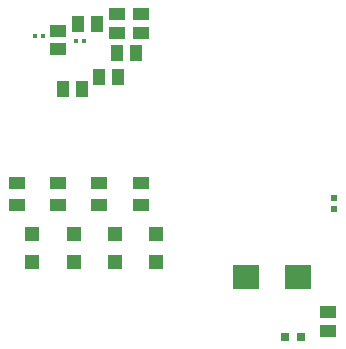
<source format=gbr>
%TF.GenerationSoftware,KiCad,Pcbnew,9.0.6*%
%TF.CreationDate,2025-12-07T19:24:30-08:00*%
%TF.ProjectId,redstone_repeater,72656473-746f-46e6-955f-726570656174,rev?*%
%TF.SameCoordinates,Original*%
%TF.FileFunction,Paste,Bot*%
%TF.FilePolarity,Positive*%
%FSLAX46Y46*%
G04 Gerber Fmt 4.6, Leading zero omitted, Abs format (unit mm)*
G04 Created by KiCad (PCBNEW 9.0.6) date 2025-12-07 19:24:30*
%MOMM*%
%LPD*%
G01*
G04 APERTURE LIST*
%ADD10R,1.450000X1.000000*%
%ADD11R,1.020000X1.470000*%
%ADD12R,0.620000X0.600000*%
%ADD13R,0.460000X0.420000*%
%ADD14R,1.470000X1.020000*%
%ADD15R,1.250000X1.150000*%
%ADD16R,2.200000X2.150000*%
%ADD17R,0.650000X0.700000*%
G04 APERTURE END LIST*
D10*
%TO.C,R6*%
X175700000Y-57500000D03*
X175700000Y-59400000D03*
%TD*%
D11*
%TO.C,C2*%
X172600000Y-49500000D03*
X174200000Y-49500000D03*
%TD*%
%TO.C,C2*%
X173900000Y-44000000D03*
X175500000Y-44000000D03*
%TD*%
D12*
%TO.C,C1*%
X195580000Y-59693863D03*
X195580000Y-58773863D03*
%TD*%
D11*
%TO.C,C2*%
X178800000Y-46500000D03*
X177200000Y-46500000D03*
%TD*%
D13*
%TO.C,C9*%
X170929999Y-45062500D03*
X170269999Y-45062500D03*
%TD*%
D10*
%TO.C,R1*%
X168700000Y-57500000D03*
X168700000Y-59400000D03*
%TD*%
D14*
%TO.C,C3*%
X195080000Y-68400000D03*
X195080000Y-70000000D03*
%TD*%
D15*
%TO.C,R4*%
X177000000Y-64175000D03*
X177000000Y-61825000D03*
%TD*%
D16*
%TO.C,D19*%
X192500000Y-65500000D03*
X188100000Y-65500000D03*
%TD*%
D11*
%TO.C,C2*%
X177300000Y-48500000D03*
X175700000Y-48500000D03*
%TD*%
D14*
%TO.C,C10*%
X172200000Y-46190000D03*
X172200000Y-44590000D03*
%TD*%
D15*
%TO.C,R7*%
X180500000Y-64175000D03*
X180500000Y-61825000D03*
%TD*%
D14*
%TO.C,C10*%
X179200000Y-44800000D03*
X179200000Y-43200000D03*
%TD*%
%TO.C,C2*%
X177200000Y-43200000D03*
X177200000Y-44800000D03*
%TD*%
D10*
%TO.C,R8*%
X179200000Y-57500000D03*
X179200000Y-59400000D03*
%TD*%
D17*
%TO.C,C4*%
X192755000Y-70500000D03*
X191405000Y-70500000D03*
%TD*%
D15*
%TO.C,R2*%
X173500000Y-64175000D03*
X173500000Y-61825000D03*
%TD*%
D13*
%TO.C,C11*%
X173700000Y-45500000D03*
X174360000Y-45500000D03*
%TD*%
D15*
%TO.C,R5*%
X170000000Y-64175000D03*
X170000000Y-61825000D03*
%TD*%
D10*
%TO.C,R3*%
X172200000Y-57500000D03*
X172200000Y-59400000D03*
%TD*%
M02*

</source>
